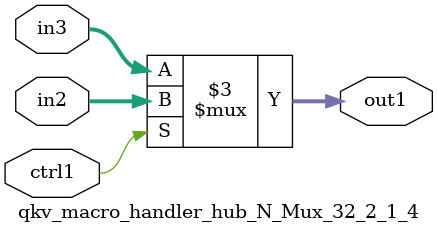
<source format=v>

`timescale 1ps / 1ps


module qkv_macro_handler_hub_N_Mux_32_2_1_4( in3, in2, ctrl1, out1 );

    input [31:0] in3;
    input [31:0] in2;
    input ctrl1;
    output [31:0] out1;
    reg [31:0] out1;

    
    // rtl_process:qkv_macro_handler_hub_N_Mux_32_2_1_4/qkv_macro_handler_hub_N_Mux_32_2_1_4_thread_1
    always @*
      begin : qkv_macro_handler_hub_N_Mux_32_2_1_4_thread_1
        case (ctrl1) 
          1'b1: 
            begin
              out1 = in2;
            end
          default: 
            begin
              out1 = in3;
            end
        endcase
      end

endmodule



</source>
